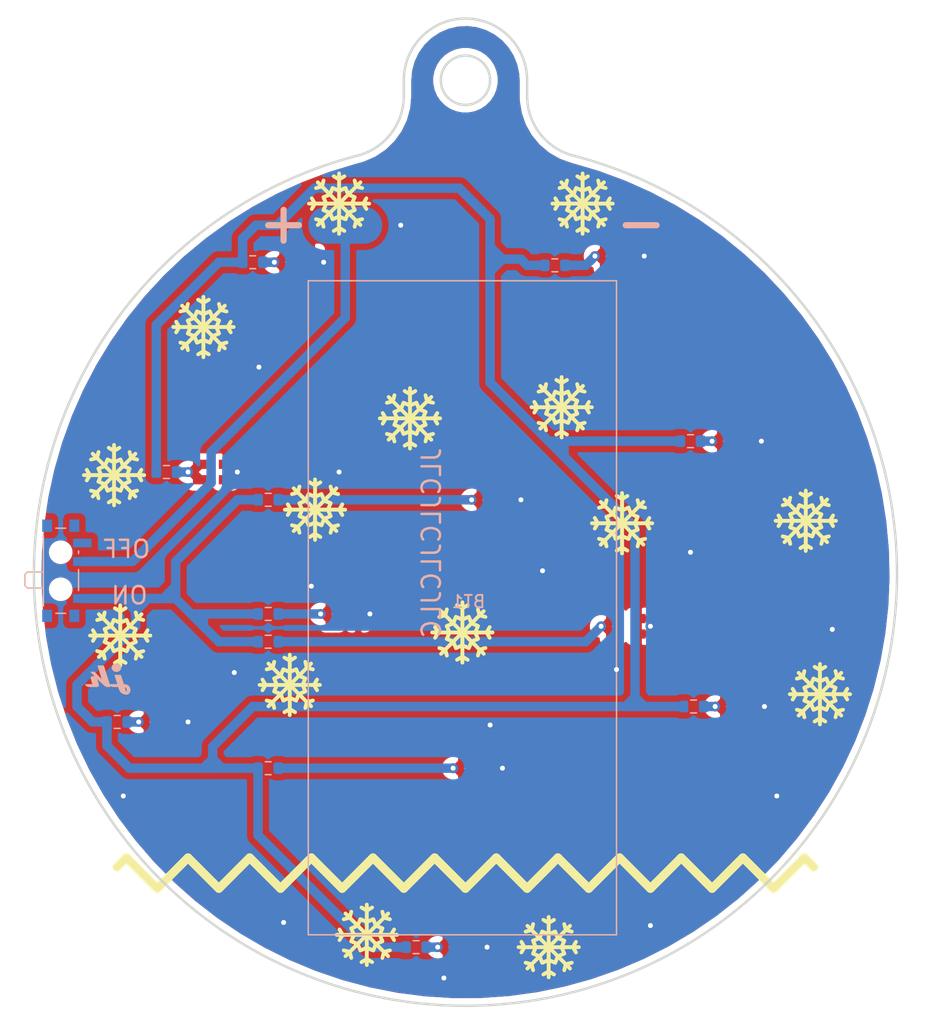
<source format=kicad_pcb>
(kicad_pcb (version 20171130) (host pcbnew "(5.1.10)-1")
  (layers (0 F.Cu signal) (31 B.Cu signal) (34 B.Paste user) (35 F.Paste user) (36 B.SilkS user) (37 F.SilkS user) (38 B.Mask user) (39 F.Mask user) (44 Edge.Cuts user))
  (net 0 "")
  (net 1 "Net-(D1-Pad1)")
  (net 2 "Net-(SW1-Pad3)")
  (net 3 VCC)
  (net 4 GND)
  (net 5 "Net-(D2-Pad1)")
  (net 6 "Net-(D3-Pad1)")
  (net 7 "Net-(D4-Pad1)")
  (net 8 "Net-(D5-Pad1)")
  (net 9 "Net-(D6-Pad1)")
  (net 10 "Net-(D7-Pad1)")
  (net 11 "Net-(D8-Pad1)")
  (net 12 "Net-(D9-Pad1)")
  (net 13 "Net-(D10-Pad1)")
  (net 14 "Net-(D11-Pad1)")
  (net 15 "Net-(R1-Pad1)")
  (module TVZ_kuglica:ukras1 (layer F.Cu) (at 144.8 86.5)
    (fp_text reference G*** hide)
    (fp_text value LOGO hide)
  )
  (module TVZ_kuglica:ukras1 (layer F.Cu) (at 164.6 95.7)
    (fp_text reference G*** hide)
    (fp_text value LOGO hide)
  )
  (module TVZ_kuglica:ukras1 (layer F.Cu) (at 132.5 87.4)
    (fp_text reference G*** hide)
    (fp_text value LOGO hide)
  )
  (module TVZ_kuglica:D2 (layer F.Cu) (at 152 113.25)
    (fp_text reference G*** hide)
    (fp_text value LOGO hide)
  )
  (module TVZ_kuglica:D1 (layer F.Cu) (at 122.75 113.25)
    (fp_text reference G*** hide)
    (fp_text value LOGO hide)
  )
  (module TVZ_kuglica:logo (layer B.Cu) (at 107.95 108.45 180)
    (fp_text reference G*** hide)
    (fp_text value LOGO hide)
  )
  (module TVZ_kuglica:ukras1 (layer F.Cu) (at 165.75 109.75)
    (fp_text reference G*** hide)
    (fp_text value LOGO hide)
  )
  (module TVZ_kuglica:ukras1 (layer F.Cu) (at 129 129.25)
    (fp_text reference G*** hide)
    (fp_text value LOGO hide)
  )
  (module TVZ_kuglica:ukras1 (layer F.Cu) (at 143.75 130.25)
    (fp_text reference G*** hide)
    (fp_text value LOGO hide)
  )
  (module TVZ_kuglica:ukras1 (layer F.Cu) (at 115.75 80)
    (fp_text reference G*** hide)
    (fp_text value LOGO hide)
  )
  (module TVZ_kuglica:ukras2 (layer F.Cu) (at 143.2 79.4)
    (fp_text reference G*** hide)
    (fp_text value LOGO hide)
  )
  (module TVZ_kuglica:ukras1 (layer F.Cu) (at 146.5 70)
    (fp_text reference G*** hide)
    (fp_text value LOGO hide)
  )
  (module TVZ_kuglica:ukras3 (layer F.Cu) (at 137 68.75)
    (fp_text reference G*** hide)
    (fp_text value LOGO hide)
  )
  (module TVZ_kuglica:ukras1 (layer F.Cu) (at 149.7 95.9)
    (fp_text reference G*** hide)
    (fp_text value LOGO hide)
  )
  (module TVZ_kuglica:ukras1 (layer F.Cu) (at 136.75 104.75)
    (fp_text reference G*** hide)
    (fp_text value LOGO hide)
  )
  (module TVZ_kuglica:ukras1 (layer F.Cu) (at 122.75 109)
    (fp_text reference G*** hide)
    (fp_text value LOGO hide)
  )
  (module TVZ_kuglica:ukras1 (layer F.Cu) (at 109 105)
    (fp_text reference G*** hide)
    (fp_text value LOGO hide)
  )
  (module TVZ_kuglica:ukras1 (layer F.Cu) (at 124.8 94.8)
    (fp_text reference G*** hide)
    (fp_text value LOGO hide)
  )
  (module TVZ_kuglica:ukras1 (layer F.Cu) (at 108.5 92)
    (fp_text reference G*** hide)
    (fp_text value LOGO hide)
  )
  (module TVZ_kuglica:ukras1 (layer F.Cu) (at 126.75 70)
    (fp_text reference G*** hide)
    (fp_text value LOGO hide)
  )
  (module Button_Switch_SMD:SW_SPDT_PCM12 (layer B.Cu) (at 104.5 99.75 90)
    (fp_text reference SW1 hide)
    (fp_text value SW_SPDT)
    (pad "" np_thru_hole circle (at -1.5 -0.33 90) (size 0.9 0.9) (drill 0.9) (layers *.Cu *.Mask))
    (pad "" np_thru_hole circle (at 1.5 -0.33 90) (size 0.9 0.9) (drill 0.9) (layers *.Cu *.Mask))
    (pad 1 smd rect (at -2.25 1.43 90) (size 0.7 1.5) (layers B.Cu B.Paste B.Mask) (net 15 "Net-(R1-Pad1)"))
    (pad 2 smd rect (at 0.75 1.43 90) (size 0.7 1.5) (layers B.Cu B.Paste B.Mask) (net 3 VCC))
    (pad 3 smd rect (at 2.25 1.43 90) (size 0.7 1.5) (layers B.Cu B.Paste B.Mask) (net 2 "Net-(SW1-Pad3)"))
    (pad "" smd rect (at -3.65 -1.43 90) (size 1 0.8) (layers B.Cu B.Paste B.Mask))
    (pad "" smd rect (at 3.65 -1.43 90) (size 1 0.8) (layers B.Cu B.Paste B.Mask))
    (pad "" smd rect (at 3.65 0.78 90) (size 1 0.8) (layers B.Cu B.Paste B.Mask))
    (pad "" smd rect (at -3.65 0.78 90) (size 1 0.8) (layers B.Cu B.Paste B.Mask))
  )
  (module TVZ_kuglica:LED-0807 (layer F.Cu) (at 116.5 91.75)
    (fp_text reference D1 hide)
    (fp_text value RGB)
    (pad 1 smd rect (at -1.05 -0.625) (size 1.1 0.75) (layers F.Cu F.Paste F.Mask) (net 1 "Net-(D1-Pad1)"))
    (pad 2 smd rect (at 1.05 -0.625) (size 1.1 0.75) (layers F.Cu F.Paste F.Mask) (net 4 GND))
    (pad 1 smd rect (at -1.05 0.625) (size 1.1 0.75) (layers F.Cu F.Paste F.Mask) (net 1 "Net-(D1-Pad1)"))
    (pad 2 smd rect (at 1.05 0.625) (size 1.1 0.75) (layers F.Cu F.Paste F.Mask) (net 4 GND))
  )
  (module TVZ_kuglica:LED-0807 (layer F.Cu) (at 123.5 74.75)
    (fp_text reference D2 hide)
    (fp_text value RGB)
    (pad 2 smd rect (at 1.05 0.625) (size 1.1 0.75) (layers F.Cu F.Paste F.Mask) (net 4 GND))
    (pad 1 smd rect (at -1.05 0.625) (size 1.1 0.75) (layers F.Cu F.Paste F.Mask) (net 5 "Net-(D2-Pad1)"))
    (pad 2 smd rect (at 1.05 -0.625) (size 1.1 0.75) (layers F.Cu F.Paste F.Mask) (net 4 GND))
    (pad 1 smd rect (at -1.05 -0.625) (size 1.1 0.75) (layers F.Cu F.Paste F.Mask) (net 5 "Net-(D2-Pad1)"))
  )
  (module TVZ_kuglica:LED-0807 (layer F.Cu) (at 149.5 74.25)
    (fp_text reference D3 hide)
    (fp_text value RGB)
    (pad 1 smd rect (at -1.05 -0.625) (size 1.1 0.75) (layers F.Cu F.Paste F.Mask) (net 6 "Net-(D3-Pad1)"))
    (pad 2 smd rect (at 1.05 -0.625) (size 1.1 0.75) (layers F.Cu F.Paste F.Mask) (net 4 GND))
    (pad 1 smd rect (at -1.05 0.625) (size 1.1 0.75) (layers F.Cu F.Paste F.Mask) (net 6 "Net-(D3-Pad1)"))
    (pad 2 smd rect (at 1.05 0.625) (size 1.1 0.75) (layers F.Cu F.Paste F.Mask) (net 4 GND))
  )
  (module TVZ_kuglica:LED-0807 (layer F.Cu) (at 127.25 103.25)
    (fp_text reference D4 hide)
    (fp_text value RGB)
    (pad 2 smd rect (at 1.05 0.625) (size 1.1 0.75) (layers F.Cu F.Paste F.Mask) (net 4 GND))
    (pad 1 smd rect (at -1.05 0.625) (size 1.1 0.75) (layers F.Cu F.Paste F.Mask) (net 7 "Net-(D4-Pad1)"))
    (pad 2 smd rect (at 1.05 -0.625) (size 1.1 0.75) (layers F.Cu F.Paste F.Mask) (net 4 GND))
    (pad 1 smd rect (at -1.05 -0.625) (size 1.1 0.75) (layers F.Cu F.Paste F.Mask) (net 7 "Net-(D4-Pad1)"))
  )
  (module TVZ_kuglica:LED-0807 (layer F.Cu) (at 112.5 112)
    (fp_text reference D5 hide)
    (fp_text value RGB)
    (pad 1 smd rect (at -1.05 -0.625) (size 1.1 0.75) (layers F.Cu F.Paste F.Mask) (net 8 "Net-(D5-Pad1)"))
    (pad 2 smd rect (at 1.05 -0.625) (size 1.1 0.75) (layers F.Cu F.Paste F.Mask) (net 4 GND))
    (pad 1 smd rect (at -1.05 0.625) (size 1.1 0.75) (layers F.Cu F.Paste F.Mask) (net 8 "Net-(D5-Pad1)"))
    (pad 2 smd rect (at 1.05 0.625) (size 1.1 0.75) (layers F.Cu F.Paste F.Mask) (net 4 GND))
  )
  (module TVZ_kuglica:LED-0807 (layer F.Cu) (at 138 115.75)
    (fp_text reference D6 hide)
    (fp_text value RGB)
    (pad 2 smd rect (at 1.05 0.625) (size 1.1 0.75) (layers F.Cu F.Paste F.Mask) (net 4 GND))
    (pad 1 smd rect (at -1.05 0.625) (size 1.1 0.75) (layers F.Cu F.Paste F.Mask) (net 9 "Net-(D6-Pad1)"))
    (pad 2 smd rect (at 1.05 -0.625) (size 1.1 0.75) (layers F.Cu F.Paste F.Mask) (net 4 GND))
    (pad 1 smd rect (at -1.05 -0.625) (size 1.1 0.75) (layers F.Cu F.Paste F.Mask) (net 9 "Net-(D6-Pad1)"))
  )
  (module TVZ_kuglica:LED-0807 (layer F.Cu) (at 159.25 110.75)
    (fp_text reference D8 hide)
    (fp_text value RGB)
    (pad 2 smd rect (at 1.05 0.625) (size 1.1 0.75) (layers F.Cu F.Paste F.Mask) (net 4 GND))
    (pad 1 smd rect (at -1.05 0.625) (size 1.1 0.75) (layers F.Cu F.Paste F.Mask) (net 11 "Net-(D8-Pad1)"))
    (pad 2 smd rect (at 1.05 -0.625) (size 1.1 0.75) (layers F.Cu F.Paste F.Mask) (net 4 GND))
    (pad 1 smd rect (at -1.05 -0.625) (size 1.1 0.75) (layers F.Cu F.Paste F.Mask) (net 11 "Net-(D8-Pad1)"))
  )
  (module TVZ_kuglica:LED-0807 (layer F.Cu) (at 159 89.25)
    (fp_text reference D9 hide)
    (fp_text value RGB)
    (pad 1 smd rect (at -1.05 -0.625) (size 1.1 0.75) (layers F.Cu F.Paste F.Mask) (net 12 "Net-(D9-Pad1)"))
    (pad 2 smd rect (at 1.05 -0.625) (size 1.1 0.75) (layers F.Cu F.Paste F.Mask) (net 4 GND))
    (pad 1 smd rect (at -1.05 0.625) (size 1.1 0.75) (layers F.Cu F.Paste F.Mask) (net 12 "Net-(D9-Pad1)"))
    (pad 2 smd rect (at 1.05 0.625) (size 1.1 0.75) (layers F.Cu F.Paste F.Mask) (net 4 GND))
  )
  (module TVZ_kuglica:LED-0807 (layer F.Cu) (at 150 104.25)
    (fp_text reference D10 hide)
    (fp_text value RGB)
    (pad 2 smd rect (at 1.05 0.625) (size 1.1 0.75) (layers F.Cu F.Paste F.Mask) (net 4 GND))
    (pad 1 smd rect (at -1.05 0.625) (size 1.1 0.75) (layers F.Cu F.Paste F.Mask) (net 13 "Net-(D10-Pad1)"))
    (pad 2 smd rect (at 1.05 -0.625) (size 1.1 0.75) (layers F.Cu F.Paste F.Mask) (net 4 GND))
    (pad 1 smd rect (at -1.05 -0.625) (size 1.1 0.75) (layers F.Cu F.Paste F.Mask) (net 13 "Net-(D10-Pad1)"))
  )
  (module TVZ_kuglica:BAT-2xAAA-horizontalni_padovi (layer B.Cu) (at 137.25 102.75)
    (fp_text reference BT1 (at 0 -0.5) (layer B.SilkS) (effects (justify mirror)))
    (fp_text value 2xAAA)
    (pad 1 smd oval (at -10 -31 90) (size 3 6) (layers B.Cu B.Paste B.Mask) (net 3 VCC))
    (pad 2 smd oval (at 9 -31 270) (size 3 6) (layers B.Cu B.Paste B.Mask) (net 4 GND))
  )
  (module TVZ_kuglica:LED-0807 (layer F.Cu) (at 136.75 130.25)
    (fp_text reference D7 hide)
    (fp_text value RGB)
    (pad 1 smd rect (at -1.05 -0.625) (size 1.1 0.75) (layers F.Cu F.Paste F.Mask) (net 10 "Net-(D7-Pad1)"))
    (pad 2 smd rect (at 1.05 -0.625) (size 1.1 0.75) (layers F.Cu F.Paste F.Mask) (net 4 GND))
    (pad 1 smd rect (at -1.05 0.625) (size 1.1 0.75) (layers F.Cu F.Paste F.Mask) (net 10 "Net-(D7-Pad1)"))
    (pad 2 smd rect (at 1.05 0.625) (size 1.1 0.75) (layers F.Cu F.Paste F.Mask) (net 4 GND))
  )
  (module TVZ_kuglica:LED-0807 (layer F.Cu) (at 139.5 94)
    (fp_text reference D11 hide)
    (fp_text value RGB)
    (pad 1 smd rect (at -1.05 -0.625) (size 1.1 0.75) (layers F.Cu F.Paste F.Mask) (net 14 "Net-(D11-Pad1)"))
    (pad 2 smd rect (at 1.05 -0.625) (size 1.1 0.75) (layers F.Cu F.Paste F.Mask) (net 4 GND))
    (pad 1 smd rect (at -1.05 0.625) (size 1.1 0.75) (layers F.Cu F.Paste F.Mask) (net 14 "Net-(D11-Pad1)"))
    (pad 2 smd rect (at 1.05 0.625) (size 1.1 0.75) (layers F.Cu F.Paste F.Mask) (net 4 GND))
  )
  (module Resistor_SMD:R_0603_1608Metric (layer B.Cu) (at 112.75 91.75)
    (fp_text reference R1 hide)
    (fp_text value 2k)
    (pad 1 smd roundrect (at -0.825 0) (size 0.8 0.95) (layers B.Cu B.Paste B.Mask) (net 15 "Net-(R1-Pad1)"))
    (pad 2 smd roundrect (at 0.825 0) (size 0.8 0.95) (layers B.Cu B.Paste B.Mask) (net 1 "Net-(D1-Pad1)"))
  )
  (module Resistor_SMD:R_0603_1608Metric (layer B.Cu) (at 119.75 74.75)
    (fp_text reference R2)
    (fp_text value 2k)
    (pad 2 smd roundrect (at 0.825 0) (size 0.8 0.95) (layers B.Cu B.Paste B.Mask) (net 5 "Net-(D2-Pad1)"))
    (pad 1 smd roundrect (at -0.825 0) (size 0.8 0.95) (layers B.Cu B.Paste B.Mask) (net 15 "Net-(R1-Pad1)"))
  )
  (module Resistor_SMD:R_0603_1608Metric (layer B.Cu) (at 144.25 75)
    (fp_text reference R3 hide)
    (fp_text value 2k)
    (pad 1 smd roundrect (at -0.825 0) (size 0.8 0.95) (layers B.Cu B.Paste B.Mask) (net 15 "Net-(R1-Pad1)"))
    (pad 2 smd roundrect (at 0.825 0) (size 0.8 0.95) (layers B.Cu B.Paste B.Mask) (net 6 "Net-(D3-Pad1)"))
  )
  (module Resistor_SMD:R_0603_1608Metric (layer B.Cu) (at 121 103.25)
    (fp_text reference R4)
    (fp_text value 2k)
    (pad 2 smd roundrect (at 0.825 0) (size 0.8 0.95) (layers B.Cu B.Paste B.Mask) (net 7 "Net-(D4-Pad1)"))
    (pad 1 smd roundrect (at -0.825 0) (size 0.8 0.95) (layers B.Cu B.Paste B.Mask) (net 15 "Net-(R1-Pad1)"))
  )
  (module Resistor_SMD:R_0603_1608Metric (layer B.Cu) (at 108.75 112)
    (fp_text reference R5)
    (fp_text value 2k)
    (pad 1 smd roundrect (at -0.825 0) (size 0.8 0.95) (layers B.Cu B.Paste B.Mask) (net 15 "Net-(R1-Pad1)"))
    (pad 2 smd roundrect (at 0.825 0) (size 0.8 0.95) (layers B.Cu B.Paste B.Mask) (net 8 "Net-(D5-Pad1)"))
  )
  (module Resistor_SMD:R_0603_1608Metric (layer B.Cu) (at 121 115.75)
    (fp_text reference R6 hide)
    (fp_text value 2k)
    (pad 2 smd roundrect (at 0.825 0) (size 0.8 0.95) (layers B.Cu B.Paste B.Mask) (net 9 "Net-(D6-Pad1)"))
    (pad 1 smd roundrect (at -0.825 0) (size 0.8 0.95) (layers B.Cu B.Paste B.Mask) (net 15 "Net-(R1-Pad1)"))
  )
  (module Resistor_SMD:R_0603_1608Metric (layer B.Cu) (at 133 130.25)
    (fp_text reference R7)
    (fp_text value 2k)
    (pad 1 smd roundrect (at -0.825 0) (size 0.8 0.95) (layers B.Cu B.Paste B.Mask) (net 15 "Net-(R1-Pad1)"))
    (pad 2 smd roundrect (at 0.825 0) (size 0.8 0.95) (layers B.Cu B.Paste B.Mask) (net 10 "Net-(D7-Pad1)"))
  )
  (module Resistor_SMD:R_0603_1608Metric (layer B.Cu) (at 155.5 110.75)
    (fp_text reference R8 hide)
    (fp_text value 2k)
    (pad 2 smd roundrect (at 0.825 0) (size 0.8 0.95) (layers B.Cu B.Paste B.Mask) (net 11 "Net-(D8-Pad1)"))
    (pad 1 smd roundrect (at -0.825 0) (size 0.8 0.95) (layers B.Cu B.Paste B.Mask) (net 15 "Net-(R1-Pad1)"))
  )
  (module Resistor_SMD:R_0603_1608Metric (layer B.Cu) (at 155.25 89.25)
    (fp_text reference R9 hide)
    (fp_text value 2k)
    (pad 1 smd roundrect (at -0.825 0) (size 0.8 0.95) (layers B.Cu B.Paste B.Mask) (net 15 "Net-(R1-Pad1)"))
    (pad 2 smd roundrect (at 0.825 0) (size 0.8 0.95) (layers B.Cu B.Paste B.Mask) (net 12 "Net-(D9-Pad1)"))
  )
  (module Resistor_SMD:R_0603_1608Metric (layer B.Cu) (at 121 105.5)
    (fp_text reference R10)
    (fp_text value 2k)
    (pad 2 smd roundrect (at 0.825 0) (size 0.8 0.95) (layers B.Cu B.Paste B.Mask) (net 13 "Net-(D10-Pad1)"))
    (pad 1 smd roundrect (at -0.825 0) (size 0.8 0.95) (layers B.Cu B.Paste B.Mask) (net 15 "Net-(R1-Pad1)"))
  )
  (module Resistor_SMD:R_0603_1608Metric (layer B.Cu) (at 121 94)
    (fp_text reference R11 hide)
    (fp_text value 2k)
    (pad 1 smd roundrect (at -0.825 0) (size 0.8 0.95) (layers B.Cu B.Paste B.Mask) (net 15 "Net-(R1-Pad1)"))
    (pad 2 smd roundrect (at 0.825 0) (size 0.8 0.95) (layers B.Cu B.Paste B.Mask) (net 14 "Net-(D11-Pad1)"))
  )
  (gr_line (start 157 125.5) (end 154.5 123) (layer F.SilkS) (width 0.7))
  (gr_line (start 122 125.5) (end 119.5 123) (layer F.SilkS) (width 0.7))
  (gr_line (start 117 125.5) (end 114.5 123) (layer F.SilkS) (width 0.7))
  (gr_line (start 129.5 123) (end 127 125.5) (layer F.SilkS) (width 0.7))
  (gr_line (start 137 125.5) (end 134.5 123) (layer F.SilkS) (width 0.7))
  (gr_line (start 112 125.5) (end 109.5 123) (layer F.SilkS) (width 0.7))
  (gr_line (start 139.5 123) (end 137 125.5) (layer F.SilkS) (width 0.7))
  (gr_line (start 134.5 123) (end 132 125.5) (layer F.SilkS) (width 0.7))
  (gr_line (start 152 125.5) (end 149.5 123) (layer F.SilkS) (width 0.7))
  (gr_line (start 109.5 123) (end 108.75 123.75) (layer F.SilkS) (width 0.7))
  (gr_line (start 147 125.5) (end 144.5 123) (layer F.SilkS) (width 0.7))
  (gr_line (start 154.5 123) (end 152 125.5) (layer F.SilkS) (width 0.7))
  (gr_line (start 165.25 123.75) (end 164.5 123) (layer F.SilkS) (width 0.7))
  (gr_line (start 127 125.5) (end 124.5 123) (layer F.SilkS) (width 0.7))
  (gr_line (start 162 125.5) (end 159.5 123) (layer F.SilkS) (width 0.7))
  (gr_line (start 114.5 123) (end 112 125.5) (layer F.SilkS) (width 0.7))
  (gr_line (start 159.5 123) (end 157 125.5) (layer F.SilkS) (width 0.7))
  (gr_line (start 149.5 123) (end 147 125.5) (layer F.SilkS) (width 0.7))
  (gr_line (start 119.5 123) (end 117 125.5) (layer F.SilkS) (width 0.7))
  (gr_line (start 142 125.5) (end 139.5 123) (layer F.SilkS) (width 0.7))
  (gr_line (start 124.5 123) (end 122 125.5) (layer F.SilkS) (width 0.7))
  (gr_line (start 144.5 123) (end 142 125.5) (layer F.SilkS) (width 0.7))
  (gr_line (start 132 125.5) (end 129.5 123) (layer F.SilkS) (width 0.7))
  (gr_line (start 164.5 123) (end 162 125.5) (layer F.SilkS) (width 0.7))
  (gr_line (start 132 61.270167) (end 132 60) (layer Edge.Cuts) (width 0.2))
  (gr_arc (start 147 61.270167) (end 142 61.270167) (angle -75.52248781) (layer Edge.Cuts) (width 0.2))
  (gr_arc (start 137 60) (end 142 60) (angle -180) (layer Edge.Cuts) (width 0.2))
  (gr_arc (start 137 100) (end 128.249999 66.111396) (angle -331.0449756) (layer Edge.Cuts) (width 0.2))
  (gr_arc (start 126.999999 61.270167) (end 128.249999 66.111396) (angle -75.52248781) (layer Edge.Cuts) (width 0.2))
  (gr_line (start 142 60) (end 142 61.270167) (layer Edge.Cuts) (width 0.2))
  (gr_text ON (at 109.75 101.75) (layer B.SilkS) (effects (font (size 1.4 1.4) (thickness 0.2)) (justify mirror)))
  (gr_text OFF (at 109.5 98) (layer B.SilkS) (effects (font (size 1.4 1.4) (thickness 0.2)) (justify mirror)))
  (gr_text JLCJLCJLCJLC (at 134.25 97.5 90) (layer B.SilkS) (effects (font (size 1.5 1.5) (thickness 0.2)) (justify mirror)))
  (gr_circle (center 137 60) (end 139 60) (layer Edge.Cuts) (width 0.2))
  (via (at 114.5 91.75) (size 0.8) (drill 0.4) (layers F.Cu B.Cu) (net 1))
  (segment (start 114.5 91.75) (end 113.575 91.75) (width 0.762) (layer B.Cu) (net 1))
  (segment (start 114.825 91.75) (end 115.45 91.125) (width 0.762) (layer F.Cu) (net 1))
  (segment (start 114.825 91.75) (end 115.45 92.375) (width 0.762) (layer F.Cu) (net 1))
  (segment (start 114.5 91.75) (end 114.825 91.75) (width 0.762) (layer F.Cu) (net 1))
  (segment (start 116.375 90.125) (end 127.25 79.25) (width 0.762) (layer B.Cu) (net 3))
  (segment (start 116.375 92.625) (end 116.375 90.125) (width 0.762) (layer B.Cu) (net 3))
  (segment (start 110 99) (end 116.375 92.625) (width 0.762) (layer B.Cu) (net 3))
  (segment (start 127.25 79.25) (end 127.25 71.75) (width 0.762) (layer B.Cu) (net 3))
  (segment (start 105.93 99) (end 110 99) (width 0.762) (layer B.Cu) (net 3))
  (via (at 118.5 91.75) (size 0.8) (drill 0.4) (layers F.Cu B.Cu) (net 4))
  (via (at 161 89.25) (size 0.8) (drill 0.4) (layers F.Cu B.Cu) (net 4))
  (via (at 125.5 74.75) (size 0.8) (drill 0.4) (layers F.Cu B.Cu) (net 4))
  (via (at 151.5 74.25) (size 0.8) (drill 0.4) (layers F.Cu B.Cu) (net 4))
  (via (at 131.75 71.75) (size 0.8) (drill 0.4) (layers F.Cu B.Cu) (net 4))
  (via (at 120.25 83.25) (size 0.8) (drill 0.4) (layers F.Cu B.Cu) (net 4))
  (via (at 126.75 91.75) (size 0.8) (drill 0.4) (layers F.Cu B.Cu) (net 4))
  (via (at 143.25 99.75) (size 0.8) (drill 0.4) (layers F.Cu B.Cu) (net 4))
  (via (at 155.25 98.25) (size 0.8) (drill 0.4) (layers F.Cu B.Cu) (net 4))
  (via (at 166.75 104.5) (size 0.8) (drill 0.4) (layers F.Cu B.Cu) (net 4))
  (via (at 149.25 107.75) (size 0.8) (drill 0.4) (layers F.Cu B.Cu) (net 4))
  (via (at 162.25 118) (size 0.8) (drill 0.4) (layers F.Cu B.Cu) (net 4))
  (via (at 139 112.25) (size 0.8) (drill 0.4) (layers F.Cu B.Cu) (net 4))
  (via (at 118.25 108) (size 0.8) (drill 0.4) (layers F.Cu B.Cu) (net 4))
  (via (at 114.5 112) (size 0.8) (drill 0.4) (layers F.Cu B.Cu) (net 4))
  (via (at 109.25 118) (size 0.8) (drill 0.4) (layers F.Cu B.Cu) (net 4))
  (via (at 124.5 101) (size 0.8) (drill 0.4) (layers F.Cu B.Cu) (net 4))
  (via (at 122.25 128.25) (size 0.8) (drill 0.4) (layers F.Cu B.Cu) (net 4))
  (via (at 135.25 132.75) (size 0.8) (drill 0.4) (layers F.Cu B.Cu) (net 4))
  (via (at 152 128.5) (size 0.8) (drill 0.4) (layers F.Cu B.Cu) (net 4))
  (via (at 138.75 130.25) (size 0.8) (drill 0.4) (layers F.Cu B.Cu) (net 4))
  (via (at 140 115.75) (size 0.8) (drill 0.4) (layers F.Cu B.Cu) (net 4))
  (via (at 152 104.25) (size 0.8) (drill 0.4) (layers F.Cu B.Cu) (net 4))
  (via (at 161.25 110.75) (size 0.8) (drill 0.4) (layers F.Cu B.Cu) (net 4))
  (via (at 129.25 103.25) (size 0.8) (drill 0.4) (layers F.Cu B.Cu) (net 4))
  (via (at 141.5 94) (size 0.8) (drill 0.4) (layers F.Cu B.Cu) (net 4))
  (via (at 121.5 74.75) (size 0.8) (drill 0.4) (layers F.Cu B.Cu) (net 5))
  (segment (start 121.5 74.75) (end 120.575 74.75) (width 0.762) (layer B.Cu) (net 5))
  (segment (start 121.825 74.75) (end 122.45 74.125) (width 0.762) (layer F.Cu) (net 5))
  (segment (start 121.825 74.75) (end 122.45 75.375) (width 0.762) (layer F.Cu) (net 5))
  (segment (start 121.5 74.75) (end 121.825 74.75) (width 0.762) (layer F.Cu) (net 5))
  (via (at 147.5 74.25) (size 0.8) (drill 0.4) (layers F.Cu B.Cu) (net 6))
  (segment (start 147.825 74.25) (end 148.45 73.625) (width 0.762) (layer F.Cu) (net 6))
  (segment (start 147.825 74.25) (end 148.45 74.875) (width 0.762) (layer F.Cu) (net 6))
  (segment (start 147.5 74.25) (end 147.825 74.25) (width 0.762) (layer F.Cu) (net 6))
  (segment (start 146.75 75) (end 147.5 74.25) (width 0.762) (layer B.Cu) (net 6))
  (segment (start 145.075 75) (end 146.75 75) (width 0.762) (layer B.Cu) (net 6))
  (via (at 125.25 103.25) (size 0.8) (drill 0.4) (layers F.Cu B.Cu) (net 7))
  (segment (start 125.575 103.25) (end 126.2 102.625) (width 0.762) (layer F.Cu) (net 7))
  (segment (start 125.575 103.25) (end 126.2 103.875) (width 0.762) (layer F.Cu) (net 7))
  (segment (start 125.25 103.25) (end 125.575 103.25) (width 0.762) (layer F.Cu) (net 7))
  (segment (start 125.25 103.25) (end 121.825 103.25) (width 0.762) (layer B.Cu) (net 7))
  (via (at 110.5 112) (size 0.8) (drill 0.4) (layers F.Cu B.Cu) (net 8))
  (segment (start 110.825 112) (end 111.45 111.375) (width 0.762) (layer F.Cu) (net 8))
  (segment (start 110.825 112) (end 111.45 112.625) (width 0.762) (layer F.Cu) (net 8))
  (segment (start 110.5 112) (end 110.825 112) (width 0.762) (layer F.Cu) (net 8))
  (segment (start 110.5 112) (end 109.575 112) (width 0.762) (layer B.Cu) (net 8))
  (via (at 136 115.75) (size 0.8) (drill 0.4) (layers F.Cu B.Cu) (net 9))
  (segment (start 121.825 115.75) (end 136 115.75) (width 0.762) (layer B.Cu) (net 9))
  (segment (start 136.325 115.75) (end 136.95 115.125) (width 0.762) (layer F.Cu) (net 9))
  (segment (start 136.325 115.75) (end 136.95 116.375) (width 0.762) (layer F.Cu) (net 9))
  (segment (start 136 115.75) (end 136.325 115.75) (width 0.762) (layer F.Cu) (net 9))
  (via (at 134.75 130.25) (size 0.8) (drill 0.4) (layers F.Cu B.Cu) (net 10))
  (segment (start 135.075 130.25) (end 135.7 129.625) (width 0.762) (layer F.Cu) (net 10))
  (segment (start 135.075 130.25) (end 135.7 130.875) (width 0.762) (layer F.Cu) (net 10))
  (segment (start 134.75 130.25) (end 135.075 130.25) (width 0.762) (layer F.Cu) (net 10))
  (segment (start 134.75 130.25) (end 133.825 130.25) (width 0.762) (layer B.Cu) (net 10))
  (via (at 157.25 110.75) (size 0.8) (drill 0.4) (layers F.Cu B.Cu) (net 11))
  (segment (start 157.575 110.75) (end 158.2 110.125) (width 0.762) (layer F.Cu) (net 11))
  (segment (start 157.575 110.75) (end 158.2 111.375) (width 0.762) (layer F.Cu) (net 11))
  (segment (start 157.25 110.75) (end 157.575 110.75) (width 0.762) (layer F.Cu) (net 11))
  (segment (start 157.25 110.75) (end 156.325 110.75) (width 0.762) (layer B.Cu) (net 11))
  (via (at 157 89.25) (size 0.8) (drill 0.4) (layers F.Cu B.Cu) (net 12))
  (segment (start 156.075 89.25) (end 157 89.25) (width 0.762) (layer B.Cu) (net 12))
  (segment (start 157.325 89.25) (end 157.95 88.625) (width 0.762) (layer F.Cu) (net 12))
  (segment (start 157.325 89.25) (end 157.95 89.875) (width 0.762) (layer F.Cu) (net 12))
  (segment (start 157 89.25) (end 157.325 89.25) (width 0.762) (layer F.Cu) (net 12))
  (via (at 148 104.25) (size 0.8) (drill 0.4) (layers F.Cu B.Cu) (net 13))
  (segment (start 146.75 105.5) (end 148 104.25) (width 0.762) (layer B.Cu) (net 13))
  (segment (start 121.825 105.5) (end 146.75 105.5) (width 0.762) (layer B.Cu) (net 13))
  (segment (start 148.325 104.25) (end 148.95 103.625) (width 0.762) (layer F.Cu) (net 13))
  (segment (start 148.325 104.25) (end 148.95 104.875) (width 0.762) (layer F.Cu) (net 13))
  (segment (start 148 104.25) (end 148.325 104.25) (width 0.762) (layer F.Cu) (net 13))
  (via (at 137.5 94) (size 0.8) (drill 0.4) (layers F.Cu B.Cu) (net 14))
  (segment (start 121.825 94) (end 137.5 94) (width 0.762) (layer B.Cu) (net 14))
  (segment (start 137.825 94) (end 138.45 93.375) (width 0.762) (layer F.Cu) (net 14))
  (segment (start 137.825 94) (end 138.45 94.625) (width 0.762) (layer F.Cu) (net 14))
  (segment (start 137.5 94) (end 137.825 94) (width 0.762) (layer F.Cu) (net 14))
  (segment (start 114.75 103.25) (end 113.5 102) (width 0.762) (layer B.Cu) (net 15))
  (segment (start 120.175 105.5) (end 117 105.5) (width 0.762) (layer B.Cu) (net 15))
  (segment (start 115.75 103.5) (end 116 103.25) (width 0.762) (layer B.Cu) (net 15))
  (segment (start 115.75 104.25) (end 115.75 103.5) (width 0.762) (layer B.Cu) (net 15))
  (segment (start 116 103.25) (end 114.75 103.25) (width 0.762) (layer B.Cu) (net 15))
  (segment (start 120.175 103.25) (end 116 103.25) (width 0.762) (layer B.Cu) (net 15))
  (segment (start 117 105.5) (end 115.75 104.25) (width 0.762) (layer B.Cu) (net 15))
  (segment (start 115.75 104.25) (end 114.75 103.25) (width 0.762) (layer B.Cu) (net 15))
  (segment (start 107.925 112) (end 106.75 112) (width 0.762) (layer B.Cu) (net 15))
  (segment (start 106.75 112) (end 105.5 110.75) (width 0.762) (layer B.Cu) (net 15))
  (segment (start 105.5 110.75) (end 105.5 109) (width 0.762) (layer B.Cu) (net 15))
  (segment (start 105.5 109) (end 110.25 104.25) (width 0.762) (layer B.Cu) (net 15))
  (segment (start 110.25 103) (end 109.25 102) (width 0.762) (layer B.Cu) (net 15))
  (segment (start 110.25 102) (end 109.25 102) (width 0.762) (layer B.Cu) (net 15))
  (segment (start 110.25 104.25) (end 110.25 103.25) (width 0.762) (layer B.Cu) (net 15))
  (segment (start 109.25 102) (end 105.93 102) (width 0.762) (layer B.Cu) (net 15))
  (segment (start 110.25 103.25) (end 110.25 102) (width 0.762) (layer B.Cu) (net 15))
  (segment (start 110.25 103) (end 111.25 102) (width 0.762) (layer B.Cu) (net 15))
  (segment (start 110.25 103.25) (end 110.25 103) (width 0.762) (layer B.Cu) (net 15))
  (segment (start 111.25 102) (end 110.25 102) (width 0.762) (layer B.Cu) (net 15))
  (segment (start 118.925 74.75) (end 117 74.75) (width 0.762) (layer B.Cu) (net 15))
  (segment (start 111.925 79.825) (end 111.925 91.75) (width 0.762) (layer B.Cu) (net 15))
  (segment (start 117 74.75) (end 111.925 79.825) (width 0.762) (layer B.Cu) (net 15))
  (segment (start 120.175 94) (end 118.5 94) (width 0.762) (layer B.Cu) (net 15))
  (segment (start 118.5 94) (end 113.5 99) (width 0.762) (layer B.Cu) (net 15))
  (segment (start 113.5 101) (end 112.5 102) (width 0.762) (layer B.Cu) (net 15))
  (segment (start 112.5 102) (end 111.25 102) (width 0.762) (layer B.Cu) (net 15))
  (segment (start 113.5 102) (end 112.5 102) (width 0.762) (layer B.Cu) (net 15))
  (segment (start 113.5 99) (end 113.5 101) (width 0.762) (layer B.Cu) (net 15))
  (segment (start 113.5 101) (end 113.5 102) (width 0.762) (layer B.Cu) (net 15))
  (segment (start 107.925 113.925) (end 107.925 112) (width 0.762) (layer B.Cu) (net 15))
  (segment (start 109.75 115.75) (end 107.925 113.925) (width 0.762) (layer B.Cu) (net 15))
  (segment (start 132.175 130.25) (end 129.25 130.25) (width 0.762) (layer B.Cu) (net 15))
  (segment (start 120.175 121.175) (end 120.175 115.75) (width 0.762) (layer B.Cu) (net 15))
  (segment (start 129.25 130.25) (end 120.175 121.175) (width 0.762) (layer B.Cu) (net 15))
  (segment (start 119.75 110.75) (end 116.5 114) (width 0.762) (layer B.Cu) (net 15))
  (segment (start 116.5 115) (end 115.75 115.75) (width 0.762) (layer B.Cu) (net 15))
  (segment (start 115.75 115.75) (end 109.75 115.75) (width 0.762) (layer B.Cu) (net 15))
  (segment (start 116.5 115.75) (end 115.75 115.75) (width 0.762) (layer B.Cu) (net 15))
  (segment (start 116.5 114) (end 116.5 115) (width 0.762) (layer B.Cu) (net 15))
  (segment (start 116.5 115) (end 116.5 115.75) (width 0.762) (layer B.Cu) (net 15))
  (segment (start 116.5 115) (end 117.25 115.75) (width 0.762) (layer B.Cu) (net 15))
  (segment (start 117.25 115.75) (end 116.5 115.75) (width 0.762) (layer B.Cu) (net 15))
  (segment (start 120.175 115.75) (end 117.25 115.75) (width 0.762) (layer B.Cu) (net 15))
  (segment (start 139 76) (end 139 84.5) (width 0.762) (layer B.Cu) (net 15))
  (segment (start 150.75 110) (end 150 110.75) (width 0.762) (layer B.Cu) (net 15))
  (segment (start 150 110.75) (end 119.75 110.75) (width 0.762) (layer B.Cu) (net 15))
  (segment (start 150.75 110.75) (end 150 110.75) (width 0.762) (layer B.Cu) (net 15))
  (segment (start 150.75 96.25) (end 150.75 109.75) (width 0.762) (layer B.Cu) (net 15))
  (segment (start 150.75 109.75) (end 150.75 110.75) (width 0.762) (layer B.Cu) (net 15))
  (segment (start 150.75 110) (end 151.5 110.75) (width 0.762) (layer B.Cu) (net 15))
  (segment (start 150.75 109.75) (end 150.75 110) (width 0.762) (layer B.Cu) (net 15))
  (segment (start 151.5 110.75) (end 150.75 110.75) (width 0.762) (layer B.Cu) (net 15))
  (segment (start 154.675 110.75) (end 151.5 110.75) (width 0.762) (layer B.Cu) (net 15))
  (segment (start 139 84.5) (end 143.75 89.25) (width 0.762) (layer B.Cu) (net 15))
  (segment (start 145 90.5) (end 145 89.25) (width 0.762) (layer B.Cu) (net 15))
  (segment (start 145 89.25) (end 143.75 89.25) (width 0.762) (layer B.Cu) (net 15))
  (segment (start 154.425 89.25) (end 145 89.25) (width 0.762) (layer B.Cu) (net 15))
  (segment (start 143.75 89.25) (end 145 90.5) (width 0.762) (layer B.Cu) (net 15))
  (segment (start 145 90.5) (end 150.75 96.25) (width 0.762) (layer B.Cu) (net 15))
  (segment (start 139.25 74.5) (end 139 74.25) (width 0.762) (layer B.Cu) (net 15))
  (segment (start 140 74.5) (end 139 73.5) (width 0.762) (layer B.Cu) (net 15))
  (segment (start 139 74.25) (end 139 73.5) (width 0.762) (layer B.Cu) (net 15))
  (segment (start 140 74.5) (end 139.25 74.5) (width 0.762) (layer B.Cu) (net 15))
  (segment (start 140 74.5) (end 139 75.5) (width 0.762) (layer B.Cu) (net 15))
  (segment (start 139 75.5) (end 139 74.25) (width 0.762) (layer B.Cu) (net 15))
  (segment (start 139 76) (end 139 75.5) (width 0.762) (layer B.Cu) (net 15))
  (segment (start 124.75 68.75) (end 136.5 68.75) (width 0.762) (layer B.Cu) (net 15))
  (segment (start 121.75 71.75) (end 124.75 68.75) (width 0.762) (layer B.Cu) (net 15))
  (segment (start 136.5 68.75) (end 139 71.25) (width 0.762) (layer B.Cu) (net 15))
  (segment (start 120 71.75) (end 121.75 71.75) (width 0.762) (layer B.Cu) (net 15))
  (segment (start 139 71.25) (end 139 73.5) (width 0.762) (layer B.Cu) (net 15))
  (segment (start 118.925 72.825) (end 120 71.75) (width 0.762) (layer B.Cu) (net 15))
  (segment (start 118.925 74.75) (end 118.925 72.825) (width 0.762) (layer B.Cu) (net 15))
  (segment (start 143.425 75) (end 142 75) (width 0.762) (layer B.Cu) (net 15))
  (segment (start 141.5 74.5) (end 140 74.5) (width 0.762) (layer B.Cu) (net 15))
  (segment (start 142 75) (end 141.5 74.5) (width 0.762) (layer B.Cu) (net 15))
  (zone (net 4) (net_name GND) (layer F.Cu) (connect_pads (clearance 0.508)) (min_thickness 0.254) (fill yes (arc_segments 32) (thermal_gap 0.508) (thermal_bridge_width 0.508))
    (polygon (pts (xy 175.75 53.5) (xy 175.75 136.5) (xy 99.25 136.5) (xy 99.25 53.75)))
  )
  (zone (net 4) (net_name GND) (layer B.Cu) (connect_pads yes (clearance 0.508)) (min_thickness 0.254) (fill yes (arc_segments 32) (thermal_gap 0.508) (thermal_bridge_width 0.508))
    (polygon (pts (xy 175.75 53.5) (xy 175.75 136.5) (xy 99.25 136.5) (xy 99.25 53.75)))
  )
)
</source>
